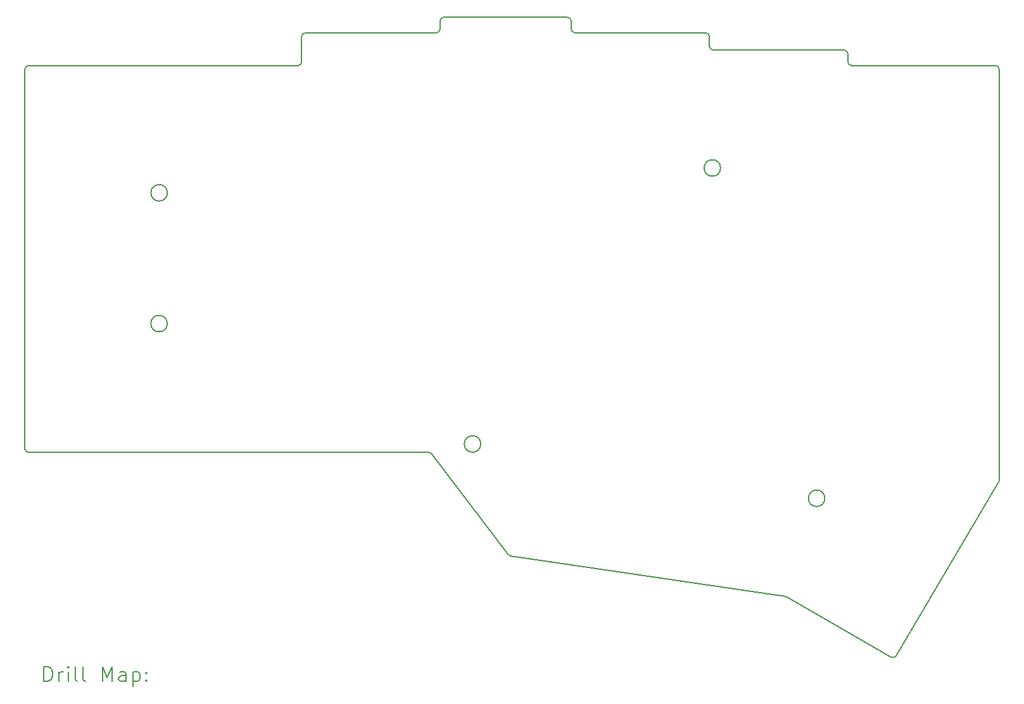
<source format=gbr>
%TF.GenerationSoftware,KiCad,Pcbnew,8.0.8+1*%
%TF.CreationDate,2025-07-09T06:01:41+00:00*%
%TF.ProjectId,backplate,6261636b-706c-4617-9465-2e6b69636164,0.2*%
%TF.SameCoordinates,Original*%
%TF.FileFunction,Drillmap*%
%TF.FilePolarity,Positive*%
%FSLAX45Y45*%
G04 Gerber Fmt 4.5, Leading zero omitted, Abs format (unit mm)*
G04 Created by KiCad (PCBNEW 8.0.8+1) date 2025-07-09 06:01:41*
%MOMM*%
%LPD*%
G01*
G04 APERTURE LIST*
%ADD10C,0.150000*%
%ADD11C,0.200000*%
G04 APERTURE END LIST*
D10*
X9131698Y-10801245D02*
X9131502Y-5720251D01*
X9181501Y-5670249D02*
X12781501Y-5670151D01*
X12831500Y-5620151D02*
X12831500Y-5282750D01*
X12881500Y-5232750D02*
X14631500Y-5232750D01*
X14681500Y-5182750D02*
X14681500Y-5075250D01*
X14731500Y-5025250D02*
X16384300Y-5025250D01*
X16434300Y-5075250D02*
X16434300Y-5182750D01*
X16484300Y-5232750D02*
X18234300Y-5232750D01*
X18284300Y-5282750D02*
X18284300Y-5412312D01*
X18334288Y-5462312D02*
X20083706Y-5462738D01*
X20133691Y-5513340D02*
X20132410Y-5619648D01*
X22125300Y-11290910D02*
X20779993Y-13572380D01*
X20711924Y-13590285D02*
X19318493Y-12785787D01*
X19300847Y-12779632D02*
X15624698Y-12233003D01*
X15592179Y-12213716D02*
X14575757Y-10870335D01*
X14535877Y-10850503D02*
X9181705Y-10851243D01*
X20182406Y-5670250D02*
X22106800Y-5670250D01*
X22156800Y-5720250D02*
X22156800Y-11222952D01*
X22150101Y-11247952D02*
X22125300Y-11290910D01*
X9131502Y-5720251D02*
G75*
G02*
X9181501Y-5670252I49998J1D01*
G01*
X12831500Y-5620151D02*
G75*
G02*
X12781501Y-5670150I-50000J1D01*
G01*
X12831500Y-5282750D02*
G75*
G02*
X12881500Y-5232750I50000J0D01*
G01*
X14681500Y-5182750D02*
G75*
G02*
X14631500Y-5232750I-50000J0D01*
G01*
X14681500Y-5075250D02*
G75*
G02*
X14731500Y-5025250I50000J0D01*
G01*
X16384300Y-5025250D02*
G75*
G02*
X16434300Y-5075250I0J-50000D01*
G01*
X16484300Y-5232750D02*
G75*
G02*
X16434300Y-5182750I0J50000D01*
G01*
X18234300Y-5232750D02*
G75*
G02*
X18284300Y-5282750I0J-50000D01*
G01*
X18334288Y-5462312D02*
G75*
G02*
X18284298Y-5412312I12J50002D01*
G01*
X20083706Y-5462738D02*
G75*
G02*
X20133689Y-5513340I-16J-50002D01*
G01*
X20182406Y-5670250D02*
G75*
G02*
X20132414Y-5619648I4J50000D01*
G01*
X22106800Y-5670250D02*
G75*
G02*
X22156800Y-5720250I0J-50000D01*
G01*
X22156800Y-11222952D02*
G75*
G02*
X22150100Y-11247952I-50000J3D01*
G01*
X20779993Y-13572380D02*
G75*
G02*
X20711922Y-13590288I-43073J25400D01*
G01*
X19300847Y-12779632D02*
G75*
G02*
X19318492Y-12785788I-7357J-49458D01*
G01*
X15624698Y-12233003D02*
G75*
G02*
X15592179Y-12213716I7352J49453D01*
G01*
X14535877Y-10850503D02*
G75*
G02*
X14575754Y-10870338I3J-49997D01*
G01*
X9181705Y-10851243D02*
G75*
G02*
X9131697Y-10801245I-5J50003D01*
G01*
X11035000Y-7375000D02*
G75*
G02*
X10815000Y-7375000I-110000J0D01*
G01*
X10815000Y-7375000D02*
G75*
G02*
X11035000Y-7375000I110000J0D01*
G01*
X11035000Y-9125000D02*
G75*
G02*
X10815000Y-9125000I-110000J0D01*
G01*
X10815000Y-9125000D02*
G75*
G02*
X11035000Y-9125000I110000J0D01*
G01*
X18431800Y-7042350D02*
G75*
G02*
X18211800Y-7042350I-110000J0D01*
G01*
X18211800Y-7042350D02*
G75*
G02*
X18431800Y-7042350I110000J0D01*
G01*
X15225700Y-10736500D02*
G75*
G02*
X15005700Y-10736500I-110000J0D01*
G01*
X15005700Y-10736500D02*
G75*
G02*
X15225700Y-10736500I110000J0D01*
G01*
X19825761Y-11463175D02*
G75*
G02*
X19605761Y-11463175I-110000J0D01*
G01*
X19605761Y-11463175D02*
G75*
G02*
X19825761Y-11463175I110000J0D01*
G01*
D11*
X9384779Y-13915969D02*
X9384779Y-13715969D01*
X9384779Y-13715969D02*
X9432398Y-13715969D01*
X9432398Y-13715969D02*
X9460969Y-13725492D01*
X9460969Y-13725492D02*
X9480017Y-13744540D01*
X9480017Y-13744540D02*
X9489541Y-13763588D01*
X9489541Y-13763588D02*
X9499064Y-13801683D01*
X9499064Y-13801683D02*
X9499064Y-13830254D01*
X9499064Y-13830254D02*
X9489541Y-13868350D01*
X9489541Y-13868350D02*
X9480017Y-13887397D01*
X9480017Y-13887397D02*
X9460969Y-13906445D01*
X9460969Y-13906445D02*
X9432398Y-13915969D01*
X9432398Y-13915969D02*
X9384779Y-13915969D01*
X9584779Y-13915969D02*
X9584779Y-13782635D01*
X9584779Y-13820731D02*
X9594303Y-13801683D01*
X9594303Y-13801683D02*
X9603826Y-13792159D01*
X9603826Y-13792159D02*
X9622874Y-13782635D01*
X9622874Y-13782635D02*
X9641922Y-13782635D01*
X9708588Y-13915969D02*
X9708588Y-13782635D01*
X9708588Y-13715969D02*
X9699064Y-13725492D01*
X9699064Y-13725492D02*
X9708588Y-13735016D01*
X9708588Y-13735016D02*
X9718112Y-13725492D01*
X9718112Y-13725492D02*
X9708588Y-13715969D01*
X9708588Y-13715969D02*
X9708588Y-13735016D01*
X9832398Y-13915969D02*
X9813350Y-13906445D01*
X9813350Y-13906445D02*
X9803826Y-13887397D01*
X9803826Y-13887397D02*
X9803826Y-13715969D01*
X9937160Y-13915969D02*
X9918112Y-13906445D01*
X9918112Y-13906445D02*
X9908588Y-13887397D01*
X9908588Y-13887397D02*
X9908588Y-13715969D01*
X10165731Y-13915969D02*
X10165731Y-13715969D01*
X10165731Y-13715969D02*
X10232398Y-13858826D01*
X10232398Y-13858826D02*
X10299064Y-13715969D01*
X10299064Y-13715969D02*
X10299064Y-13915969D01*
X10480017Y-13915969D02*
X10480017Y-13811207D01*
X10480017Y-13811207D02*
X10470493Y-13792159D01*
X10470493Y-13792159D02*
X10451445Y-13782635D01*
X10451445Y-13782635D02*
X10413350Y-13782635D01*
X10413350Y-13782635D02*
X10394303Y-13792159D01*
X10480017Y-13906445D02*
X10460969Y-13915969D01*
X10460969Y-13915969D02*
X10413350Y-13915969D01*
X10413350Y-13915969D02*
X10394303Y-13906445D01*
X10394303Y-13906445D02*
X10384779Y-13887397D01*
X10384779Y-13887397D02*
X10384779Y-13868350D01*
X10384779Y-13868350D02*
X10394303Y-13849302D01*
X10394303Y-13849302D02*
X10413350Y-13839778D01*
X10413350Y-13839778D02*
X10460969Y-13839778D01*
X10460969Y-13839778D02*
X10480017Y-13830254D01*
X10575255Y-13782635D02*
X10575255Y-13982635D01*
X10575255Y-13792159D02*
X10594303Y-13782635D01*
X10594303Y-13782635D02*
X10632398Y-13782635D01*
X10632398Y-13782635D02*
X10651445Y-13792159D01*
X10651445Y-13792159D02*
X10660969Y-13801683D01*
X10660969Y-13801683D02*
X10670493Y-13820731D01*
X10670493Y-13820731D02*
X10670493Y-13877873D01*
X10670493Y-13877873D02*
X10660969Y-13896921D01*
X10660969Y-13896921D02*
X10651445Y-13906445D01*
X10651445Y-13906445D02*
X10632398Y-13915969D01*
X10632398Y-13915969D02*
X10594303Y-13915969D01*
X10594303Y-13915969D02*
X10575255Y-13906445D01*
X10756207Y-13896921D02*
X10765731Y-13906445D01*
X10765731Y-13906445D02*
X10756207Y-13915969D01*
X10756207Y-13915969D02*
X10746684Y-13906445D01*
X10746684Y-13906445D02*
X10756207Y-13896921D01*
X10756207Y-13896921D02*
X10756207Y-13915969D01*
X10756207Y-13792159D02*
X10765731Y-13801683D01*
X10765731Y-13801683D02*
X10756207Y-13811207D01*
X10756207Y-13811207D02*
X10746684Y-13801683D01*
X10746684Y-13801683D02*
X10756207Y-13792159D01*
X10756207Y-13792159D02*
X10756207Y-13811207D01*
M02*

</source>
